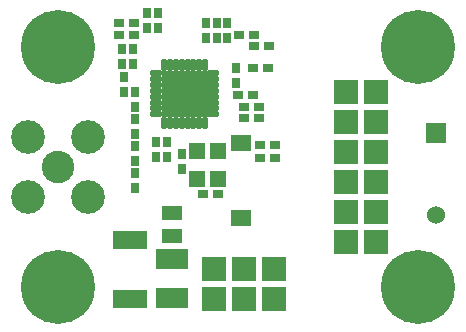
<source format=gbr>
*
*
G04 PADS 9.5 Build Number: 522968 generated Gerber (RS-274-X) file*
G04 PC Version=2.1*
*
%IN "ANT01.pcb"*%
*
%MOIN*%
*
%FSLAX35Y35*%
*
*
*
*
G04 PC Standard Apertures*
*
*
G04 Thermal Relief Aperture macro.*
%AMTER*
1,1,$1,0,0*
1,0,$1-$2,0,0*
21,0,$3,$4,0,0,45*
21,0,$3,$4,0,0,135*
%
*
*
G04 Annular Aperture macro.*
%AMANN*
1,1,$1,0,0*
1,0,$2,0,0*
%
*
*
G04 Odd Aperture macro.*
%AMODD*
1,1,$1,0,0*
1,0,$1-0.005,0,0*
%
*
*
G04 PC Custom Aperture Macros*
*
*
*
*
*
*
G04 PC Aperture Table*
*
%ADD011C,0.06*%
%ADD012R,0.07X0.07*%
%ADD024C,0.001*%
%ADD032R,0.08X0.08*%
%ADD033C,0.24622*%
%ADD071R,0.035X0.03*%
%ADD072R,0.03X0.035*%
%ADD073R,0.05331X0.05724*%
%ADD074O,0.04346X0.02181*%
%ADD075O,0.02181X0.04346*%
%ADD076R,0.154X0.154*%
%ADD077R,0.03362X0.05724*%
%ADD078R,0.066X0.049*%
%ADD079C,0.10843*%
%ADD080C,0.11236*%
%ADD081R,0.11X0.065*%
%ADD082R,0.115X0.06*%
*
*
*
*
G04 PC Circuitry*
G04 Layer Name ANT01.pcb - circuitry*
%LPD*%
*
*
G04 PC Custom Flashes*
G04 Layer Name ANT01.pcb - flashes*
%LPD*%
*
*
G04 PC Circuitry*
G04 Layer Name ANT01.pcb - circuitry*
%LPD*%
*
G54D11*
G01X246000Y144000D03*
G54D12*
Y171500D03*
G54D24*
G54D32*
X226000Y185000D03*
X216000D03*
X226000Y165000D03*
X216000D03*
X226000Y175000D03*
X216000D03*
X226000Y135000D03*
X216000D03*
X226000Y145000D03*
X216000D03*
X226000Y155000D03*
X216000D03*
X172000Y126000D03*
Y116000D03*
X182000Y126000D03*
Y116000D03*
X192000Y126000D03*
Y116000D03*
G54D33*
X120000Y120000D03*
X240000Y200000D03*
Y120000D03*
X120000Y200000D03*
G54D71*
X168513Y150985D03*
X173513D03*
X192500Y167500D03*
X187500D03*
X192500Y163000D03*
X187500D03*
X187057Y180074D03*
X182057D03*
X185000Y184000D03*
X180000D03*
X187104Y176235D03*
X182104D03*
X140500Y204000D03*
X145500D03*
X185200D03*
X180200D03*
X190000Y193000D03*
X185000D03*
X185200Y200300D03*
X190200D03*
X140500Y208000D03*
X145500D03*
G54D72*
X161500Y159500D03*
Y164500D03*
X179500Y188000D03*
Y193000D03*
X152600Y163500D03*
Y168500D03*
X145000Y199500D03*
Y194500D03*
X141500Y199500D03*
Y194500D03*
X145784Y162015D03*
Y167015D03*
Y158015D03*
Y153015D03*
Y185015D03*
Y180015D03*
X142059Y184999D03*
Y189999D03*
X145784Y176015D03*
Y171015D03*
X156200Y168500D03*
Y163500D03*
X149671Y206473D03*
Y211473D03*
X176500Y203000D03*
Y208000D03*
X169500D03*
Y203000D03*
X153358Y211459D03*
Y206459D03*
X173000Y203000D03*
Y208000D03*
G54D73*
X173500Y156000D03*
Y165402D03*
X166500D03*
X166488Y156000D03*
G54D74*
X171846Y177610D03*
Y179579D03*
Y181547D03*
Y183516D03*
Y185484D03*
Y187453D03*
Y189421D03*
Y191390D03*
X152554D03*
Y189421D03*
Y187453D03*
Y185484D03*
Y183516D03*
Y181547D03*
Y179579D03*
Y177610D03*
G54D75*
X169090Y194146D03*
X167121D03*
X165153D03*
X163184D03*
X161216D03*
X159247D03*
X157279D03*
X155310D03*
Y174854D03*
X157279D03*
X159247D03*
X161216D03*
X163184D03*
X165153D03*
X167121D03*
X169090D03*
G54D76*
X162200Y184500D03*
G54D77*
X182772Y167902D03*
Y143098D03*
X179228Y167902D03*
Y143098D03*
G54D78*
X158000Y144800D03*
Y137200D03*
G54D79*
X120000Y160000D03*
G54D80*
X130000Y150000D03*
X110000D03*
Y170000D03*
X130000D03*
G54D81*
X158000Y129500D03*
Y116500D03*
G54D82*
X144000Y135800D03*
Y116200D03*
X0Y0D02*
M02*

</source>
